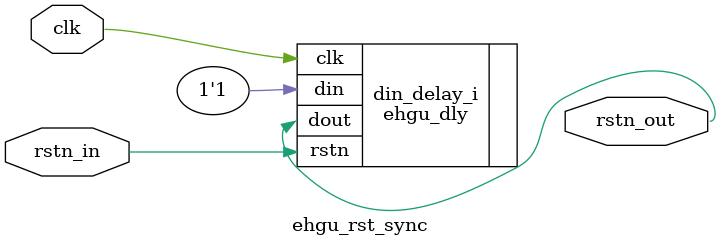
<source format=sv>
module ehgu_rst_sync
#(parameter STAGES=2)
(
input logic clk,
input logic rstn_in,
output logic rstn_out
);

ehgu_dly #(.DELAY(STAGES)) din_delay_i ( .clk , .rstn(rstn_in) , .din(1'b1) , .dout(rstn_out));

endmodule
</source>
